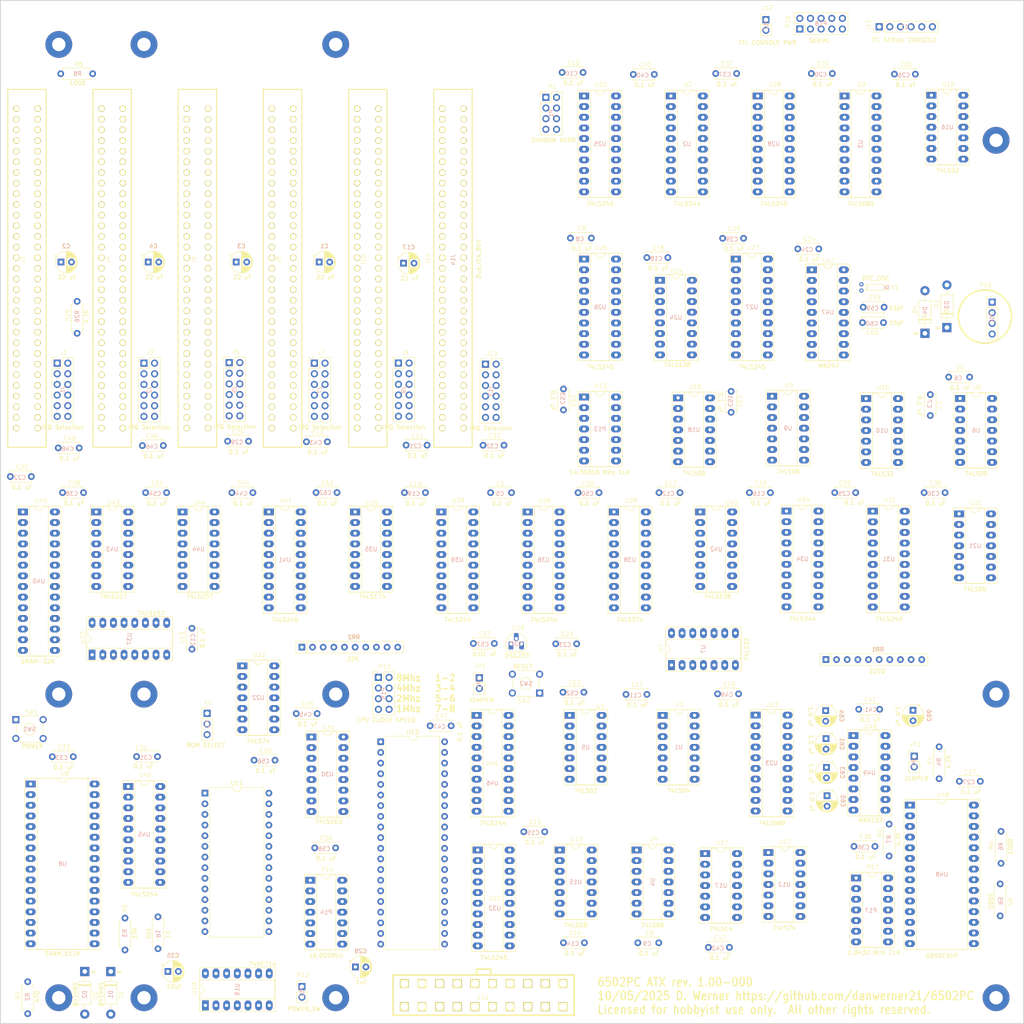
<source format=kicad_pcb>
(kicad_pcb (version 20241229) (generator "pcbnew") (generator_version "9.0")
  (title_block (title "6809PC ISA") (date "2025-06-20") (rev "6/20/2025 004") (company "https://github.com/danwerner21/6809PC"))
  (layers (0 "F.Cu" signal) (2 "B.Cu" signal) (13 "F.Paste" user) (15 "B.Paste" user) (5 "F.SilkS" user "F.Silkscreen") (7 "B.SilkS" user "B.Silkscreen") (1 "F.Mask" user) (3 "B.Mask" user) (25 "Edge.Cuts" user))
  (net 0 "")
  (net 1 "+5V")
  (net 2 "+3V3")
  (net 3 "Net-(D3-K)")
  (net 4 "Net-(D1-A)")
  (net 5 "Net-(D2-A)")
  (net 6 "CTS_TTL")
  (net 7 "RTS_TTL")
  (net 8 "TXD_TTL")
  (net 9 "RXD_TTL")
  (net 10 "CTS")
  (net 11 "Net-(P15-Pin_7)")
  (net 12 "Net-(P15-Pin_5)")
  (net 13 "Net-(P15-Pin_1)")
  (net 14 "Net-(P15-Pin_3)")
  (net 15 "ACIA_CLK")
  (net 16 "RTS")
  (net 17 "TXD")
  (net 18 "{slash}RESET")
  (net 19 "RXD")
  (net 20 "Net-(JP3-A)")
  (net 21 "Net-(K1-Pin_2)")
  (net 22 "{slash}WR")
  (net 23 "DSR")
  (net 24 "DCD")
  (net 25 "DTR")
  (net 26 "B_{slash}CLK")
  (net 28 "Net-(D4-A)")
  (net 31 "Net-(J1-Pin_2)")
  (net 32 "Net-(J1-Pin_8)")
  (net 33 "B_INT")
  (net 34 "Net-(J1-Pin_10)")
  (net 35 "Net-(J1-Pin_6)")
  (net 36 "GND")
  (net 37 "Net-(J1-Pin_4)")
  (net 38 "isa_iq_2")
  (net 39 "B_{slash}INT")
  (net 40 "B_SMEMR")
  (net 41 "-5V")
  (net 42 "BUSCLK")
  (net 43 "IOR")
  (net 44 "SMEMW")
  (net 45 "B_{slash}NMI")
  (net 46 "IOW")
  (net 47 "BUSALE")
  (net 48 "SMEMR")
  (net 49 "+12V")
  (net 50 "-12V")
  (net 51 "B_SMEMW")
  (net 52 "Net-(J2-Pin_6)")
  (net 53 "B_IOW")
  (net 58 "B_IOR")
  (net 59 "{slash}SHADOW")
  (net 61 "Net-(J13-Pin_2)")
  (net 62 "Net-(J13-Pin_10)")
  (net 63 "Net-(J13-Pin_4)")
  (net 64 "Net-(J13-Pin_8)")
  (net 65 "Net-(J13-Pin_6)")
  (net 69 "{slash}AEN")
  (net 76 "5VSB")
  (net 78 "B_A0")
  (net 79 "B_A1")
  (net 80 "B_A10")
  (net 81 "B_A11")
  (net 82 "B_A12")
  (net 83 "B_A13")
  (net 84 "B_A14")
  (net 85 "B_A15")
  (net 86 "B_A16")
  (net 87 "B_A17")
  (net 88 "B_A18")
  (net 89 "B_A19")
  (net 90 "B_A2")
  (net 91 "B_A3")
  (net 92 "B_A4")
  (net 93 "B_A5")
  (net 94 "B_A6")
  (net 95 "B_A7")
  (net 96 "B_A8")
  (net 97 "B_A9")
  (net 98 "B_D0")
  (net 99 "B_D1")
  (net 100 "B_D2")
  (net 101 "B_D3")
  (net 102 "B_D4")
  (net 103 "B_D5")
  (net 104 "B_D6")
  (net 105 "B_D7")
  (net 106 "CLK")
  (net 110 "{slash}SO")
  (net 111 "CPU_D0")
  (net 112 "CPU_D1")
  (net 113 "CPU_D2")
  (net 114 "CPU_D3")
  (net 115 "CPU_D4")
  (net 116 "CPU_D5")
  (net 117 "CPU_D6")
  (net 118 "CPU_D7")
  (net 119 "CPU_E")
  (net 122 "E")
  (net 123 "LA0")
  (net 124 "LA1")
  (net 125 "LA10")
  (net 126 "LA11")
  (net 127 "LA12")
  (net 128 "LA13")
  (net 129 "LA14")
  (net 130 "LA15")
  (net 131 "LA2")
  (net 132 "LA3")
  (net 133 "LA4")
  (net 134 "LA5")
  (net 135 "LA6")
  (net 136 "LA7")
  (net 137 "LA8")
  (net 138 "LA9")
  (net 139 "MRDY")
  (net 147 "{slash}IRQ")
  (net 148 "{slash}MMU-MAP-WR")
  (net 149 "Net-(J11-Pin_3)")
  (net 150 "{slash}MMU-MAP-RD")
  (net 151 "{slash}NMI")
  (net 152 "{slash}MMU-IO-PREFIX-RD")
  (net 156 "Net-(U1-Pad6)")
  (net 159 "R{slash}W")
  (net 160 "PULLUP3")
  (net 161 "Net-(U4-Pad3)")
  (net 162 "/Memory Map/SHADOW-ROM")
  (net 164 "Net-(U1-Pad8)")
  (net 165 "Net-(U6-Pad3)")
  (net 166 "W{slash}R")
  (net 167 "CPU_{slash}WR")
  (net 168 "{slash}IORQ")
  (net 169 "CPU_{slash}RD")
  (net 170 "CPU_R{slash}W")
  (net 171 "{slash}BUSAK")
  (net 172 "{slash}VMA")
  (net 174 "{slash}RD")
  (net 175 "isa_iq_3")
  (net 180 "/MMU four/{slash}OE")
  (net 183 "PG")
  (net 184 "PWR_ON")
  (net 186 "SHADOW-IO")
  (net 187 "XM16")
  (net 188 "XM17")
  (net 189 "XM18")
  (net 190 "XM19")
  (net 191 "mA0")
  (net 192 "mA1")
  (net 193 "mA10")
  (net 194 "mA11")
  (net 195 "mA12")
  (net 196 "mA13")
  (net 197 "mA14")
  (net 198 "mA15")
  (net 199 "mA16")
  (net 200 "mA17")
  (net 201 "mA18")
  (net 202 "mA19")
  (net 203 "mA2")
  (net 204 "mA3")
  (net 205 "mA4")
  (net 206 "mA5")
  (net 207 "mA6")
  (net 208 "mA7")
  (net 209 "mA8")
  (net 210 "mA9")
  (net 211 "mD0")
  (net 212 "mD1")
  (net 214 "mD2")
  (net 215 "mD3")
  (net 216 "mD4")
  (net 217 "mD5")
  (net 218 "mD6")
  (net 219 "mD7")
  (net 222 "PULLUP2")
  (net 223 "PULLUP1")
  (net 225 "{slash}ONBOARDRAM")
  (net 226 "Net-(U21-Pad6)")
  (net 230 "RESET")
  (net 232 "{slash}ONBOARDROM")
  (net 233 "Net-(U17-Pad6)")
  (net 241 "Net-(U19-Pad2)")
  (net 247 "{slash}BUS")
  (net 248 "Net-(U34-I2b)")
  (net 252 "isa_iq_1")
  (net 253 "isa_iq_4")
  (net 254 "isa_iq_5")
  (net 255 "Net-(U1-Pad12)")
  (net 256 "{slash}IOSEL-0EFD0")
  (net 257 "{slash}IOSEL-0EFC0")
  (net 258 "{slash}IOSEL-0EFE0")
  (net 259 "{slash}IOSEL-0EF90")
  (net 260 "{slash}IOSEL-0EF80")
  (net 261 "{slash}IOSEL-0EFA0")
  (net 262 "{slash}IOSEL-0EFB0")
  (net 263 "{slash}IOSEL-0EFF0")
  (net 264 "Net-(U47-XT1)")
  (net 265 "Net-(U47-XT)")
  (net 266 "Net-(U49-C1-)")
  (net 267 "Net-(U49-C1+)")
  (net 268 "Net-(U49-C2+)")
  (net 269 "Net-(U49-C2-)")
  (net 270 "Net-(U49-VS-)")
  (net 271 "Net-(U49-VS+)")
  (net 272 "Net-(J2-Pin_2)")
  (net 273 "Net-(J2-Pin_8)")
  (net 274 "Net-(J2-Pin_4)")
  (net 275 "Net-(J2-Pin_10)")
  (net 276 "Net-(J5-Pin_2)")
  (net 282 "TC")
  (net 296 "Net-(J5-Pin_8)")
  (net 297 "Net-(J5-Pin_6)")
  (net 298 "Net-(J5-Pin_4)")
  (net 299 "Net-(J5-Pin_10)")
  (net 309 "Net-(J7-Pin_4)")
  (net 310 "Net-(J7-Pin_8)")
  (net 311 "Net-(J7-Pin_10)")
  (net 312 "Net-(J7-Pin_6)")
  (net 313 "Net-(J7-Pin_2)")
  (net 323 "Net-(J10-IRQ6)")
  (net 324 "Net-(J10-IRQ3)")
  (net 325 "Net-(J10-IRQ5)")
  (net 326 "Net-(J10-IRQ4)")
  (net 327 "Net-(J10-IRQ7)")
  (net 337 "Net-(P12-Pin_2)")
  (net 338 "Net-(U30-CP)")
  (net 354 "Net-(U39-OEa)")
  (net 355 "Net-(U34-I0a)")
  (net 357 "Net-(U31-O1a)")
  (net 358 "Net-(U31-O2a)")
  (net 359 "Net-(U25-A->B)")
  (net 377 "Net-(U35-Q4)")
  (net 378 "Net-(U35-Q0)")
  (net 379 "Net-(U35-Q5)")
  (net 380 "Net-(U35-Q3)")
  (net 381 "Net-(U35-Q2)")
  (net 382 "Net-(U35-Q1)")
  (net 383 "Net-(U37-Za)")
  (net 384 "Net-(U37-Zb)")
  (net 385 "Net-(U37-Zc)")
  (net 386 "Net-(U37-Zd)")
  (net 388 "Net-(U38-O1)")
  (net 389 "Net-(U38-O0)")
  (net 392 "Net-(U38-O2)")
  (net 393 "Net-(U38-O5)")
  (net 395 "Net-(U38-O3)")
  (net 396 "Net-(U38-O4)")
  (net 401 "Net-(U40-Q1)")
  (net 402 "Net-(U40-Q3)")
  (net 403 "Net-(U40-Q6)")
  (net 404 "Net-(U40-Q0)")
  (net 405 "Net-(U40-Q7)")
  (net 406 "Net-(U40-Q2)")
  (net 407 "Net-(U40-Q4)")
  (net 408 "Net-(U40-Q5)")
  (net 426 "Net-(U15-Pad11)")
  (net 427 "{slash}ONBOARDIO")
  (net 437 "Net-(U12A-D)")
  (net 439 "Net-(U12A-C)")
  (net 441 "Net-(U12A-~{S})")
  (net 454 "MMU-ENABLE")
  (net 455 "{slash}MMU-ENB-WR")
  (net 456 "{slash}MMU-TASK-WR")
  (net 457 "{slash}MMU-TASK-RD")
  (net 458 "{slash}MMU-TASK-SETUP-WR")
  (footprint "Custom:STD_DDW_TACTSW" (layer "F.Cu") (at 76.0462 229.6842)
    (property "Reference" "SW1")
    (property "Value" "POWER")
  )
  (footprint "Custom:STD_DDW_TACTSW" (layer "F.Cu") (at 194.3862 218.7448 180)
    (property "Reference" "SW2")
    (property "Value" "RESET")
  )
  (footprint "Custom:STD_DDW_PINHEAD_V_1x04" (layer "F.Cu") (at 305.5552 132.1028)
    (property "Reference" "P16")
    (property "Value" "CONN_4" (hide yes))
  )
  (footprint "Custom:STD_DDW_PINHEAD_V_1x03" (layer "F.Cu") (at 118.386 228.4142)
    (property "Reference" "K1")
    (property "Value" "ROM SELECT")
  )
  (footprint "Custom:STD_DDW_PINHEAD_V_1x02" (layer "F.Cu") (at 141.0106 292.0816)
    (property "Reference" "P12")
    (property "Value" "POWER_SW")
  )
  (footprint "Custom:STD_DDW_PINHEAD_V_1x02" (layer "F.Cu") (at 183.3118 218.4654)
    (property "Reference" "JP1")
    (property "Value" "JUMPER")
  )
  (footprint "Custom:STD_DDW_PINHEAD_V_1x02" (layer "F.Cu") (at 287.0166 237.1664)
    (property "Reference" "JP3")
    (property "Value" "JUMPER")
  )
  (footprint "Custom:STD_DDW_SIP10" (layer "F.Cu") (at 278.55 211.1492)
    (property "Reference" "RR1")
    (property "Value" "2200")
  )
  (footprint "Custom:STD_DDW_SIP10" (layer "F.Cu") (at 153.582 208.2028)
    (property "Reference" "RR2")
    (property "Value" "22K")
  )
  (footprint "Custom:STD_DDW_RESISTOR" (layer "F.Cu") (at 307.9256 257.8694 90)
    (property "Reference" "R6")
    (property "Value" "1000")
  )
  (footprint "Custom:STD_DDW_RESISTOR" (layer "F.Cu") (at 281.2474 256.139 90)
    (property "Reference" "R7")
    (property "Value" "4.7K")
  )
  (footprint "Custom:STD_DDW_RESISTOR" (layer "F.Cu") (at 293.1682 237.7018 90)
    (property "Reference" "R4")
    (property "Value" "4.7K")
  )
  (footprint "Custom:STD_DDW_RESISTOR" (layer "F.Cu") (at 106.4246 278.1722 -90)
    (property "Reference" "R1")
    (property "Value" "10k")
  )
  (footprint "Custom:STD_DDW_RESISTOR" (layer "F.Cu") (at 99.0106 278.545 90)
    (property "Reference" "R3")
    (property "Value" "10k")
  )
  (footprint "Custom:STD_DDW_RESISTOR" (layer "F.Cu") (at 75.8122 293.731 90)
    (property "Reference" "R2")
    (property "Value" "470")
  )
  (footprint "Custom:STD_DDW_PINHEAD_V_2x05" (layer "F.Cu") (at 264.299 61.3852 90)
    (property "Reference" "P18")
    (property "Value" "SERIAL")
  )
  (footprint "Custom:STD_DDW_PINHEAD_V_2x04" (layer "F.Cu") (at 160.5228 220.8704)
    (property "Reference" "P15")
    (property "Value" "CPU CLOCK SPEED")
  )
  (footprint "Custom:STD_DDW_PINHEAD_V_2x04" (layer "F.Cu") (at 200.4634 82.552)
    (property "Reference" "P1")
    (property "Value" "SHADOW ADDR")
  )
  (footprint "Custom:STD_DDW_DIP14" (layer "F.Cu") (at 256.9159 157.9724)
    (property "Reference" "U9")
    (property "Value" "74LS08")
  )
  (footprint "Custom:STD_DDW_DIP32" (layer "F.Cu") (at 83.9458 261.8584)
    (property "Reference" "U8")
    (property "Value" "SRAM_512K")
  )
  (footprint "Custom:STD_DDW_DIP28" (layer "F.Cu") (at 293.6278 264.1444)
    (property "Reference" "U48")
    (property "Value" "G65SC51P")
  )
  (footprint "Custom:STD_DDW_DIP28_SKINNY" (layer "F.Cu") (at 78.2574 194.3608)
    (property "Reference" "U40")
    (property "Value" "SRAM-32K")
  )
  (footprint "Custom:STD_DDW_DIP20" (layer "F.Cu") (at 219.2016 189.3468)
    (property "Reference" "U38")
    (property "Value" "74LS374")
  )
  (footprint "Custom:STD_DDW_DIP20" (layer "F.Cu") (at 186.4674 237.8608)
    (property "Reference" "U46")
    (property "Value" "74LS244")
  )
  (footprint "Custom:STD_DDW_DIP20" (layer "F.Cu") (at 280.9284 189.169)
    (property "Reference" "U31")
    (property "Value" "74LS240")
  )
  (footprint "Custom:STD_DDW_DIP20" (layer "F.Cu") (at 178.0505 189.3468)
    (property "Reference" "U39")
    (property "Value" "74LS244")
  )
  (footprint "Custom:STD_DDW_DIP20" (layer "F.Cu") (at 253.4899 90.1538)
    (property "Reference" "U28")
    (property "Value" "74LS245")
  )
  (footprint "Custom:STD_DDW_DIP20" (layer "F.Cu") (at 274.19495 90.1538)
    (property "Reference" "U3")
    (property "Value" "74LS682")
  )
  (footprint "Custom:STD_DDW_DIP20" (layer "F.Cu") (at 198.6261 189.3468)
    (property "Reference" "U36")
    (property "Value" "74LS244")
  )
  (footprint "Custom:STD_DDW_DIP20" (layer "F.Cu") (at 260.3528 189.1436)
    (property "Reference" "U34")
    (property "Value" "74LS244")
  )
  (footprint "Custom:STD_DDW_DIP20" (layer "F.Cu") (at 136.8993 189.3468)
    (property "Reference" "U41")
    (property "Value" "74LS245")
  )
  (footprint "Custom:STD_DDW_DIP16" (layer "F.Cu") (at 147.072 240.507)
    (property "Reference" "U30")
    (property "Value" "74LS163")
  )
  (footprint "Custom:STD_DDW_DIP16" (layer "F.Cu") (at 276.3258 240.1822)
    (property "Reference" "U49")
    (property "Value" "MAX232")
  )
  (footprint "Custom:STD_DDW_DIP16" (layer "F.Cu") (at 239.7772 186.8368)
    (property "Reference" "U42")
    (property "Value" "74LS138")
  )
  (footprint "Custom:STD_DDW_DIP14" (layer "F.Cu") (at 276.9548 272.8522)
    (property "Reference" "P17")
    (property "Value" "1.8432 MHz CLK")
  )
  (footprint "Custom:STD_DDW_DIP14" (layer "F.Cu") (at 125.6568 291.7184 90)
    (property "Reference" "U19")
    (property "Value" "74HCT14")
  )
  (footprint "Custom:STD_DDW_DIP14" (layer "F.Cu") (at 146.7858 273.3954)
    (property "Reference" "P14")
    (property "Value" "16.000Mhz")
  )
  (footprint "Custom:STD_DDW_DIP14" (layer "F.Cu") (at 236.814 210.56 90)
    (property "Reference" "U7")
    (property "Value" "74LS32")
  )
  (footprint "Custom:STD_DDW_DIODE" (layer "F.Cu") (at 89.1218 292.8674 -90)
    (property "Reference" "D2")
    (property "Value" "1N4148")
  )
  (footprint "Custom:STD_DDW_DIODE" (layer "F.Cu") (at 95.3194 292.8674 -90)
    (property "Reference" "D1")
    (property "Value" "1N4148")
  )
  (footprint "Custom:STD_DDW_CAP" (layer "F.Cu") (at 125.7534 160.9666)
    (property "Reference" "C29")
    (property "Value" "0.1 uF")
  )
  (footprint "Custom:STD_DDW_CAP" (layer "F.Cu") (at 105.4286 162.0066)
    (property "Reference" "C46")
    (property "Value" "0.1 uF")
  )
  (footprint "Custom:STD_DDW_CAP" (layer "F.Cu") (at 126.78 173.228)
    (property "Reference" "C44")
    (property "Value" "0.1 uF")
  )
  (footprint "Custom:STD_DDW_CAP" (layer "F.Cu") (at 240.4196 281.662)
    (property "Reference" "C42")
    (property "Value" "0.1 uF")
  )
  (footprint "Custom:STD_DDW_CAP" (layer "F.Cu") (at 243.7978 112.5742)
    (property "Reference" "C39")
    (property "Value" "0.1 uF")
  )
  (footprint "Custom:STD_DDW_CAP" (layer "F.Cu") (at 275.1308 257.5882)
    (property "Reference" "C36")
    (property "Value" "0.1 uF")
  )
  (footprint "Custom:STD_DDW_CAP" (layer "F.Cu") (at 270.544 173.228)
    (property "Reference" "C25")
    (property "Value" "0.1 uF")
  )
  (footprint "Custom:STD_DDW_CAP" (layer "F.Cu") (at 85.3626 162.5654)
    (property "Reference" "C48")
    (property "Value" "0.1 uF")
  )
  (footprint "Custom:STD_DDW_CAP" (layer "F.Cu") (at 209.33 173.228)
    (property "Reference" "C50")
    (property "Value" "0.1 uF")
  )
  (footprint "Custom:STD_DDW_CAP" (layer "F.Cu") (at 205.7232 220.829)
    (property "Reference" "C52")
    (property "Value" "0.1 uF")
  )
  (footprint "Custom:STD_DDW_CAP" (layer "F.Cu") (at 106.206 173.228)
    (property "Reference" "C54")
    (property "Value" "0.1 uF")
  )
  (footprint "Custom:STD_DDW_CAP" (layer "F.Cu") (at 146.846 173.204)
    (property "Reference" "C62")
    (property "Value" "0.1 uF")
  )
  (footprint "Custom:STD_DDW_CAP" (layer "F.Cu") (at 146.5258 257.9424)
    (property "Reference" "C58")
    (property "Value" "0.1 uF")
  )
  (footprint "Custom:STD_DDW_CAP" (layer "F.Cu") (at 261.7302 115.0888)
    (property "Reference" "C24")
    (property "Value" "0.1 uF")
  )
  (footprint "Custom:STD_DDW_CAP" (layer "F.Cu") (at 203.996 209.272)
    (property "Reference" "C23")
    (property "Value" "0.1 uF")
  )
  (footprint "Custom:STD_DDW_CAP" (layer "F.Cu") (at 300.262 242.0634)
    (property "Reference" "C27")
    (property "Value" "0.1 uF")
  )
  (footprint "Custom:STD_DDW_CAP" (layer "F.Cu") (at 167.928 173.228)
    (property "Reference" "C19")
    (property "Value" "0.1 uF")
  )
  (footprint "Custom:STD_DDW_CAP" (layer "F.Cu") (at 104.047 236.1706)
    (property "Reference" "C31")
    (property "Value" "0.1 uF")
  )
  (footprint "Custom:STD_DDW_CAP" (layer "F.Cu") (at 86.394 173.228)
    (property "Reference" "C38")
    (property "Value" "0.1 uF")
  )
  (footprint "Custom:STD_DDW_CAP" (layer "F.Cu") (at 196.376 254.103)
    (property "Reference" "C15")
    (property "Value" "0.1 uF")
  )
  (footprint "Custom:STD_DDW_CAP" (layer "F.Cu") (at 220.76 221.337)
    (property "Reference" "C11")
    (property "Value" "0.1 uF")
  )
  (footprint "Custom:STD_DDW_CAP" (layer "F.Cu") (at 290.854 152.3578 -90)
    (property "Reference" "C7")
    (property "Value" "0.1 uF")
  )
  (footprint "Custom:STD_DDW_CAP" (layer "F.Cu") (at 264.956 73.2804)
    (property "Reference" "C20")
    (property "Value" "0.1 uF")
  )
  (footprint "Custom:STD_DDW_CAP" (layer "F.Cu") (at 250.19 173.228)
    (property "Reference" "C16")
    (property "Value" "0.1 uF")
  )
  (footprint "Custom:STD_DDW_CAP" (layer "F.Cu") (at 228.634 173.228)
    (property "Reference" "C12")
    (property "Value" "0.1 uF")
  )
  (footprint "Custom:STD_DDW_CAP" (layer "F.Cu") (at 207.5012 112.5234)
    (property "Reference" "C8")
    (property "Value" "0.1 uF")
  )
  (footprint "Custom:STD_DDW_CAP" (layer "F.Cu") (at 188.468 173.228)
    (property "Reference" "C5")
    (property "Value" "0.1 uF")
  )
  (footprint "Custom:STD_DDW_CAP" (layer "F.Cu") (at 223.5756 280.5698)
    (property "Reference" "C9")
    (property "Value" "0.1 uF")
  )
  (footprint "Custom:STD_DDW_CAP" (layer "F.Cu") (at 114.7332 208.0974 90)
    (property "Reference" "C13")
    (property "Value" "0.1 uF")
  )
  (footprint "Custom:STD_DDW_CAP" (layer "F.Cu") (at 168.319 161.905)
    (property "Reference" "C21")
    (property "Value" "0.1 uF")
  )
  (footprint "Custom:STD_DDW_PCAP" (layer "F.Cu") (at 265.9634 233.2736 -90)
    (property "Reference" "C61")
    (property "Value" "1.0 uF")
  )
  (footprint "Custom:STD_DDW_PCAP" (layer "F.Cu") (at 266.2104 246.8835 -90)
    (property "Reference" "C65")
    (property "Value" "1.0 uF")
  )
  (footprint "Custom:STD_DDW_PCAP" (layer "F.Cu") (at 110.359 287.4334)
    (property "Reference" "C35")
    (property "Value" "10uF")
  )
  (footprint "Custom:STD_DDW_PCAP" (layer "F.Cu") (at 84.876 118.2748)
    (property "Reference" "C2")
    (property "Value" "22 uF")
  )
  (footprint "Custom:STD_DDW_PCAP" (layer "F.Cu") (at 126.663 118.2748)
    (property "Reference" "C3")
    (property "Value" "22 uF")
  )
  (footprint "Custom:STD_DDW_PCAP" (layer "F.Cu") (at 155.0924 286.372)
    (property "Reference" "C28")
    (property "Value" "1uF")
  )
  (footprint "Custom:STD_DDW_PCAP" (layer "F.Cu") (at 266.058 240.113 -90)
    (property "Reference" "C63")
    (property "Value" "1.0 uF")
  )
  (footprint "Custom:STD_DDW_PCAP" (layer "F.Cu") (at 105.6826 118.2748)
    (property "Reference" "C4")
    (property "Value" "22 uF")
  )
  (footprint "Custom:STD_DDW_PCAP" (layer "F.Cu") (at 146.4564 118.2748)
    (property "Reference" "C1")
    (property "Value" "22 uF")
  )
  (footprint "Custom:STD_DDW_PCAP" (layer "F.Cu") (at 265.8802 226.6002 -90)
    (property "Reference" "C64")
    (property "Value" "1.0 uF")
  )
  (footprint "Custom:STD_DDW_PCAP" (layer "F.Cu") (at 286.7082 226.4986 -90)
    (property "Reference" "C66")
    (property "Value" "1.0 uF")
  )
  (footprint "Custom:DDW_STD_RTCCRYSTAL" (layer "F.Cu") (at 277.9634 124.2876 90)
    (property "Reference" "X1")
    (property "Value" "RTC_OSC")
  )
  (footprint "MountingHole:MountingHole_3.2mm_M3_Pad_TopBottom" (layer "F.Cu") (at 149.0404 66.3724)
    (property "Reference" "P6" (hide yes))
    (property "Value" "CONN_1")
  )
  (footprint "MountingHole:MountingHole_3.2mm_M3_Pad_TopBottom" (layer "F.Cu") (at 83.0004 293.7024)
    (property "Reference" "P5" (hide yes))
    (property "Value" "CONN_1")
  )
  (footprint "MountingHole:MountingHole_3.2mm_M3_Pad_TopBottom" (layer "F.Cu") (at 103.3204 293.7024)
    (property "Reference" "P3" (hide yes))
    (property "Value" "CONN_1")
  )
  (footprint "MountingHole:MountingHole_3.2mm_M3_Pad_TopBottom" (layer "F.Cu") (at 103.3204 66.3724)
    (property "Reference" "P2" (hide yes))
    (property "Value" "CONN_1")
  )
  (footprint "MountingHole:MountingHole_3.2mm_M3_Pad_TopBottom" (layer "F.Cu") (at 83.0004 66.3724)
    (property "Reference" "P7" (hide yes))
    (property "Value" "CONN_1")
  )
  (footprint "Custom:ATXConnector" (layer "F.Cu") (at 184.0568 293.1036 180)
    (property "Reference" "P11")
    (property "Value" "CONN_10X2")
  )
  (footprint "Custom:STD_DDW_CAP" (layer "F.Cu") (at 242.1468 73.2804)
    (property "Reference" "C37")
    (property "Value" "0.1 uF")
  )
  (footprint "Custom:STD_DDW_CAP" (layer "F.Cu") (at 297.716 145.6606)
    (property "Reference" "C6")
    (property "Value" "0.1 uF")
  )
  (footprint "Custom:STD_DDW_CAP" (layer "F.Cu") (at 205.52 73.0264)
    (property "Reference" "C10")
    (property "Value" "0.1 uF")
  )
  (footprint "Custom:STD_DDW_CAP" (layer "F.Cu") (at 205.8464 280.5698)
    (property "Reference" "C14")
    (property "Value" "0.1 uF")
  )
  (footprint "Custom:STD_DDW_CAP" (layer "F.Cu") (at 225.7384 117.1716)
    (property "Reference" "C18")
    (property "Value" "0.1 uF")
  )
  (footprint "Custom:STD_DDW_CAP" (layer "F.Cu") (at 73.948 169.394)
    (property "Reference" "C22")
    (property "Value" "0.1 uF")
  )
  (footprint "Custom:STD_DDW_CAP" (layer "F.Cu") (at 284.768 73.4314)
    (property "Reference" "C26")
    (property "Value" "0.1 uF")
  )
  (footprint "Custom:STD_DDW_CAP" (layer "F.Cu") (at 291.846 173.228)
    (property "Reference" "C30")
    (property "Value" "0.1 uF")
  )
  (footprint "Custom:STD_DDW_CAP" (layer "F.Cu") (at 83.9488 236.2014)
    (property "Reference" "C33")
    (property "Value" "0.1 uF")
  )
  (footprint "Custom:STD_DDW_CAP" (layer "F.Cu") (at 222.504 73.4836)
    (property "Reference" "C40")
    (property "Value" "0.1 uF")
  )
  (footprint "Custom:STD_DDW_CAP" (layer "F.Cu") (at 144.5446 161.0922)
    (property "Reference" "C43")
    (property "Value" "0.1 uF")
  )
  (footprint "Custom:STD_DDW_CAP" (layer "F.Cu") (at 142.1148 225.9144)
    (property "Reference" "C45")
    (property "Value" "0.1 uF")
  )
  (footprint "Custom:STD_DDW_CAP" (layer "F.Cu") (at 174.0494 228.83)
    (property "Reference" "C47")
    (property "Value" "0.1 uF")
  )
  (footprint "Custom:STD_DDW_CAP" (layer "F.Cu") (at 242.604 221.21)
    (property "Reference" "C49")
    (property "Value" "0.1 uF")
  )
  (footprint "Custom:STD_DDW_CAP" (layer "F.Cu") (at 243.356 151.592 -90)
    (property "Reference" "C51")
    (property "Value" "0.1 uF")
  )
  (footprint "Custom:STD_DDW_CAP" (layer "F.Cu") (at 203.3764 151.0332 -90)
    (property "Reference" "C53")
    (property "Value" "0.1 uF")
  )
  (footprint "Custom:STD_DDW_DIP20" (layer "F.Cu") (at 103.384 254.828)
    (property "Reference" "U45")
    (property "Value" "74LS244")
  )
  (footprint "Custom:STD_DDW_DIP20" (layer "F.Cu") (at 212.0798 129.0566)
    (property "Reference" "U26")
    (property "Value" "74LS245")
  )
  (footprint "Custom:STD_DDW_DIP20" (layer "F.Cu") (at 232.78485 90.1538)
    (property "Reference" "U2")
    (property "Value" "74LS244")
  )
  (footprint "Custom:STD_DDW_DIP20" (layer "F.Cu") (at 212.0798 90.1538)
    (property "Reference" "U25")
    (property "Value" "74LS245")
  )
  (footprint "Custom:STD_DDW_DIP20" (layer "F.Cu") (at 248.2873 129.0566)
    (property "Reference" "U27")
    (property "Value" "74LS245")
  )
  (footprint "Custom:STD_DDW_DIP14" (layer "F.Cu") (at 224.6182 266.1764)
    (property "Reference" "U4")
    (property "Value" "74LS86")
  )
  (footprint "Custom:STD_DDW_DIP14" (layer "F.Cu") (at 301.752 158.496)
    (property "Reference" "U6")
    (property "Value" "74LS00")
  )
  (footprint "Custom:STD_DDW_DIP14" (layer "F.Cu") (at 208.6416 234.0708)
    (property "Reference" "U5")
    (property "Value" "74LS02")
  )
  (footprint "Custom:STD_DDW_DIP16" (layer "F.Cu") (at 116.3237 186.8368)
    (property "Reference" "U44")
    (property "Value" "74LS257")
  )
  (footprint "Custom:STD_DDW_DIP16" (layer "F.Cu") (at 99.9434 208.0962 90)
    (property "Reference" "U37")
    (property "Value" "74LS157")
  )
  (footprint "Custom:STD_DDW_DIP16" (layer "F.Cu") (at 95.7481 186.8368)
    (property "Reference" "U43")
    (property "Value" "74LS257")
  )
  (footprint "Custom:STD_DDW_DIP16" (layer "F.Cu") (at 157.4749 186.8368)
    (property "Reference" "U35")
    (property "Value" "74LS174")
  )
  (footprint "Custom:STD_DDW_RESISTOR" (layer "F.Cu") (at 307.2638 270.3322 -90)
    (property "Reference" "R5")
    (property "Value" "1000")
  )
  (footprint "Custom:STD_DDW_CAP" (layer "F.Cu") (at 276.259 224.893)
    (property "Reference" "C41")
    (property "Value" "0.1 uF")
  )
  (footprint "Custom:STD_DDW_CAP" (layer "F.Cu") (at 186.6694 161.9264)
    (property "Reference" "C32")
    (property "Value" "0.1 uF")
  )
  (footprint "MountingHole:MountingHole_3.2mm_M3_Pad_TopBottom" (layer "F.Cu") (at 306.5204 89.2324)
    (property "Reference" "P21" (hide yes))
    (property "Value" "CONN_1")
  )
  (footprint "Custom:STD_DDW_DIP18" (layer "F.Cu") (at 266.645 130.3266)
    (property "Reference" "U47")
    (property "Value" "M6242")
  )
  (footprint "Custom:STD_DDW_DIP20" (layer "F.Cu") (at 186.7214 269.9664)
    (property "Reference" "U32")
    (property "Value" "74LS245")
  )
  (footprint "Custom:BUSPC_HOST" (layer "F.Cu") (at 176.4978 117.7344 90)
    (property "Reference" "J14")
    (property "Value" "Bus_ISA_8bit")
  )
  (footprint "Custom:STD_DDW_PINHEAD_V_2x06" (layer "F.Cu") (at 104.6108 148.4684)
    (property "Reference" "J2")
    (property "Value" "IRQ Selection")
  )
  (footprint "Custom:BUSPC_HOST" (layer "F.Cu") (at 156.1778 117.7344 90)
    (property "Reference" "J10")
    (property "Value" "Bus_ISA_8bit")
  )
  (footprint "Custom:STD_DDW_DIP14" (layer "F.Cu") (at 212.0798 158.1598)
    (property "Reference" "P13")
    (property "Value" "14.31818 MHz CLK")
  )
  (footprint "MountingHole:MountingHole_3.2mm_M3_Pad_TopBottom" (layer "F.Cu") (at 103.3204 221.3124)
    (property "Reference" "P23" (hide yes))
    (property "Value" "CONN_1")
  )
  (footprint "Custom:STD_DDW_PINHEAD_V_2x06" (layer "F.Cu") (at 165.303 148.443)
    (property "Reference" "J9")
    (property "Value" "IRQ Selection")
  )
  (footprint "Custom:STD_DDW_DIODE" (layer "F.Cu") (at 294.8686 128.4732 90)
    (property "Reference" "D3")
    (property "Value" "D")
  )
  (footprint "Custom:STD_DDW_PINHEAD_V_1x02" (layer "F.Cu") (at 251.6598 61.5)
    (property "Reference" "J12")
    (property "Value" "TTL CONSOLE PWR")
  )
  (footprint "Custom:STD_DDW_CAP" (layer "F.Cu") (at 277.1632 132.685)
    (property "Reference" "C60")
    (property "Value" "15pf")
  )
  (footprint "MountingHole:MountingHole_3.2mm_M3_Pad_TopBottom" (layer "F.Cu") (at 306.5204 293.7024)
    (property "Reference" "P10" (hide yes))
    (property "Value" "CONN_1")
  )
  (footprint "Custom:STD_DDW_DIP14" (layer "F.Cu") (at 256.038 266.786)
    (property "Reference" "U12")
    (property "Value" "74LS74")
  )
  (footprint "Custom:STD_DDW_PCAP" (layer "F.Cu") (at 166.5692 118.5488)
    (property "Reference" "C17")
    (property "Value" "22 uF")
  )
  (footprint "Custom:BUSPC_HOST" (layer "F.Cu") (at 135.8578 117.7344 90)
    (property "Reference" "J8")
    (property "Value" "Bus_ISA_8bit")
  )
  (footprint "MountingHole:MountingHole_3.2mm_M3_Pad_TopBottom" (layer "F.Cu") (at 306.5204 221.3124)
    (property "Reference" "P9" (hide yes))
    (property "Value" "CONN_1")
  )
  (footprint "MountingHole:MountingHole_3.2mm_M3_Pad_TopBottom" (layer "F.Cu") (at 149.0404 293.7024)
    (property "Reference" "P4" (hide yes))
    (property "Value" "CONN_1")
  )
  (footprint "Custom:STD_DDW_DIP14" (layer "F.Cu") (at 279.334 158.5312)
    (property "Reference" "U10")
    (property "Value" "74LS32")
  )
  (footprint "Custom:STD_DDW_DIP16" (layer "F.Cu") (at 230.1835 131.5966)
    (property "Reference" "U24")
    (property "Value" "74LS138")
  )
  (footprint "Custom:BUSPC_HOST" (layer "F.Cu") (at 95.2178 117.7344 90)
    (property "Reference" "J4")
    (property "Value" "Bus_ISA_8bit")
  )
  (footprint "MountingHole:MountingHole_3.2mm_M3_Pad_TopBottom" (layer "F.Cu") (at 83.0004 221.3124)
    (property "Reference" "P22" (hide yes))
    (property "Value" "CONN_1")
  )
  (footprint "Custom:STD_DDW_DIODE" (layer "F.Cu") (at 289.6362 129.8448 90)
    (property "Reference" "D4")
    (property "Value" "D")
  )
  (footprint "Custom:STD_DDW_DIP14" (layer "F.Cu") (at 240.9504 267.04)
    (property "Reference" "U17")
    (property "Value" "74LS14")
  )
  (footprint "Package_DIP:DIP-28_W15.24mm" (layer "F.Cu") (at 117.856 244.9068)
    (property "Reference" "U11")
    (property "Value" "27C256")
  )
  (footprint "Custom:STD_DDW_DIP14" (layer "F.Cu") (at 294.9 86.192)
    (property "Reference" "U16")
    (property "Value" "74LS32")
  )
  (footprint "Custom:STD_DDW_PINHEAD_V_2x06" (layer "F.Cu") (at 145.2558 148.4684)
    (property "Reference" "J7")
    (property "Value" "IRQ Selection")
  )
  (footprint "Custom:STD_DDW_PINHEAD_V_2x06" (layer "F.Cu") (at 83.9148 148.4684)
    (property "Reference" "J1")
    (property "Value" "IRQ Selection")
  )
  (footprint "Package_DIP:DIP-40_W15.24mm" (layer "F.Cu") (at 159.766 232.664)
    (property "Reference" "U13")
    (property "Value" "6502")
  )
  (footprint "Custom:STD_DDW_CAP" (layer "F.Cu") (at 277.3204 129.0034)
    (property "Reference" "C59")
    (property "Value" "15pf")
  )
  (footprint "Custom:STD_DDW_DIP20" (layer "F.Cu") (at 252.99 237.81)
    (property "Reference" "U23")
    (property "Value" "74LS688")
  )
  (footprint "Custom:STD_DDW_PINHEAD_V_1x06" (layer "F.Cu") (at 285.518 62.6398 90)
    (property "Reference" "J11")
    (property "Value" "TTL SERIAL CONSOLE")
  )
  (footprint "Custom:STD_DDW_RESISTOR" (layer "F.Cu") (at 87.606 131.479 90)
    (property "Reference" "R26")
    (property "Value" "4.7K")
  )
  (footprint "Custom:STD_DDW_DIP14" (layer "F.Cu") (at 206.2794 266.1764)
    (property "Reference" "U15")
    (property "Value" "74LS08")
  )
  (footprint "Custom:STD_DDW_DIP14" (layer "F.Cu") (at 130.5874 222.2598)
    (property "Reference" "U22")
    (property "Value" "74LS74")
  )
  (footprint "Custom:STD_DDW_PINHEAD_V_2x06" (layer "F.Cu") (at 124.9358 148.3414)
    (property "Reference" "J5")
    (property "Value" "IRQ Selection")
  )
  (footprint "Custom:STD_DDW_TO92" (layer "F.Cu") (at 192.0362 209.2994)
    (property "Reference" "U29")
    (property "Value" "DS1233")
  )
  (footprint "Custom:STD_DDW_DIP14" (layer "F.Cu") (at 230.8158 234.0708)
    (property "Reference" "U1")
    (property "Value" "74LS04")
  )
  (footprint "Custom:STD_DDW_CAP" (layer "F.Cu") (at 184.358 209.1958)
    (property "Reference" "C57")
    (property "Value" "0.01 uF")
  )
  (footprint "Custom:BUSPC_HOST" (layer "F.Cu") (at 115.5378 117.7344 90)
    (property "Reference" "J6")
    (property "Value" "Bus_ISA_8bit")
  )
  (footprint "Custom:STD_DDW_CAP" (layer "F.Cu") (at 132.0632 237.0342)
    (property "Reference" "C56")
    (property "Value" "0.1 uF")
  )
  (footprint "Custom:STD_DDW_PINHEAD_V_2x06" (layer "F.Cu") (at 186.0616 148.717)
    (property "Reference" "J13")
    (property "Value" "IRQ Selection")
  )
  (footprint "Custom:STD_DDW_DIP14" (layer "F.Cu") (at 234.4979 158.3534)
    (property "Reference" "U18")
    (property "Value" "74LS06")
  )
  (footprint "Custom:BUSPC_HOST" (layer "F.Cu") (at 74.8978 117.7344 90)
    (property "Reference" "J3")
    (property "Value" "Bus_ISA_8bit")
  )
  (footprint "Custom:STD_DDW_DIP14" (layer "F.Cu") (at 301.504 186.014)
    (property "Reference" "U21")
    (property "Value" "74LS00")
  )
  (footprint "MountingHole:MountingHole_3.2mm_M3_Pad_TopBottom" (layer "F.Cu") (at 149.0404 221.3124)
    (property "Reference" "P8" (hide yes))
    (property "Value" "CONN_1")
  )
  (footprint "Custom:STD_DDW_RESISTOR" (layer "F.Cu") (at 87.2404 73.5852)
    (property "Reference" "R8")
    (property "Value" "1000")
  )
  (gr_circle (center 303.8602 131.2672) (end 310.2102 131.2672) (stroke (width 0.381)) (fill no) (layer "F.SilkS"))
  (gr_rect (start 69.0804 55.8724) (end 313.0804 299.8724) (stroke (width 0.2)) (fill no) (layer "Edge.Cuts"))
  (gr_text "6502PC ATX rev. 1.00-000\n10/05/2025 D. Werner https://github.com/danwerner21/6502PC\nLicensed for hobbyist use only.  All other rights reserved." (at 211.2958 293.2484 0) (layer "F.SilkS") (effects (font (size 2.032 1.778) (thickness 0.3048)) (justify left)))
  (gr_text "8Mhz   1-2\n4Mhz   3-4\n2Mhz   5-6\n1Mhz   7-8" (at 163.2898 225.6844 0) (layer "F.SilkS") (effects (font (size 1.524 1.524) (thickness 0.3048) (bold yes)) (justify left bottom)))
)
</source>
